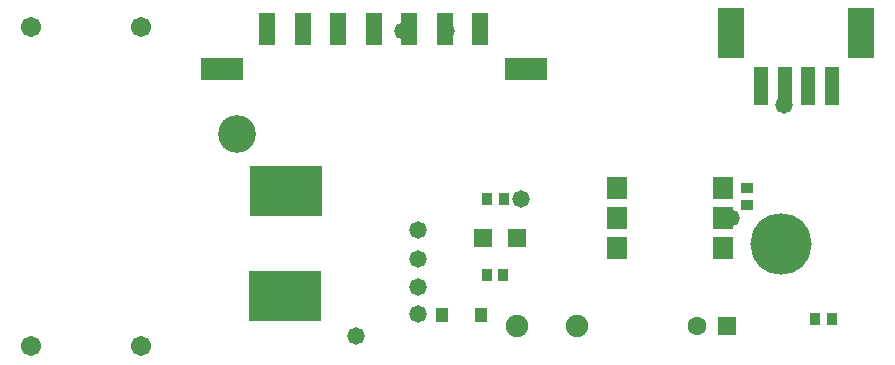
<source format=gts>
G04*
G04 #@! TF.GenerationSoftware,Altium Limited,Altium Designer,19.0.13 (425)*
G04*
G04 Layer_Color=8388736*
%FSLAX25Y25*%
%MOIN*%
G70*
G01*
G75*
%ADD17R,0.04343X0.03556*%
%ADD18R,0.04265X0.04816*%
%ADD19R,0.05800X0.10800*%
%ADD20R,0.14304X0.07296*%
%ADD21R,0.24422X0.16548*%
%ADD22R,0.03556X0.04343*%
%ADD23R,0.05918X0.06312*%
%ADD24R,0.04737X0.12611*%
%ADD25R,0.08674X0.16548*%
%ADD26R,0.06784X0.07808*%
%ADD27C,0.07493*%
%ADD28C,0.06312*%
%ADD29R,0.06312X0.06312*%
%ADD30C,0.06706*%
%ADD31C,0.20485*%
%ADD32C,0.12611*%
%ADD33C,0.05800*%
D17*
X296063Y91831D02*
D03*
Y97342D02*
D03*
D18*
X194350Y55118D02*
D03*
X207224D02*
D03*
D19*
X136068Y150602D02*
D03*
X147879D02*
D03*
X159690D02*
D03*
X171501D02*
D03*
X183312D02*
D03*
X195123D02*
D03*
X206934D02*
D03*
D20*
X222249Y137098D02*
D03*
X120753D02*
D03*
D21*
X142126Y96555D02*
D03*
X141929Y61516D02*
D03*
D22*
X318701Y53839D02*
D03*
X324213D02*
D03*
X214626Y68370D02*
D03*
X209114D02*
D03*
X209370Y93870D02*
D03*
X214882D02*
D03*
D23*
X207906Y80870D02*
D03*
X219323D02*
D03*
D24*
X324181Y131401D02*
D03*
X316307D02*
D03*
X300559D02*
D03*
X308433D02*
D03*
D25*
X334024Y149118D02*
D03*
X290716D02*
D03*
D26*
X252421Y97303D02*
D03*
Y87303D02*
D03*
Y77303D02*
D03*
X287933D02*
D03*
Y87303D02*
D03*
Y97303D02*
D03*
D27*
X219193Y51378D02*
D03*
X239193D02*
D03*
D28*
X279193D02*
D03*
D29*
X289193D02*
D03*
D30*
X93870Y44721D02*
D03*
Y151020D02*
D03*
X57370Y44721D02*
D03*
Y151020D02*
D03*
D31*
X307087Y78740D02*
D03*
D32*
X125984Y115496D02*
D03*
D33*
X181102Y149874D02*
D03*
X165453Y48130D02*
D03*
X308366Y125000D02*
D03*
X290650Y87402D02*
D03*
X186370Y73870D02*
D03*
Y64370D02*
D03*
Y55370D02*
D03*
X220669Y93799D02*
D03*
X186370Y83370D02*
D03*
X195433Y149874D02*
D03*
M02*

</source>
